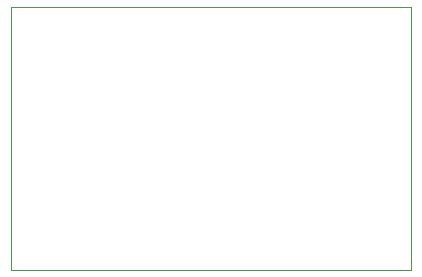
<source format=gbr>
%TF.GenerationSoftware,KiCad,Pcbnew,8.0.8*%
%TF.CreationDate,2025-02-11T09:57:58-05:00*%
%TF.ProjectId,BLERoomSensore,424c4552-6f6f-46d5-9365-6e736f72652e,rev?*%
%TF.SameCoordinates,Original*%
%TF.FileFunction,Profile,NP*%
%FSLAX46Y46*%
G04 Gerber Fmt 4.6, Leading zero omitted, Abs format (unit mm)*
G04 Created by KiCad (PCBNEW 8.0.8) date 2025-02-11 09:57:58*
%MOMM*%
%LPD*%
G01*
G04 APERTURE LIST*
%TA.AperFunction,Profile*%
%ADD10C,0.100000*%
%TD*%
G04 APERTURE END LIST*
D10*
X121920000Y-67564000D02*
X155829000Y-67564000D01*
X155829000Y-89839800D01*
X121920000Y-89839800D01*
X121920000Y-67564000D01*
M02*

</source>
